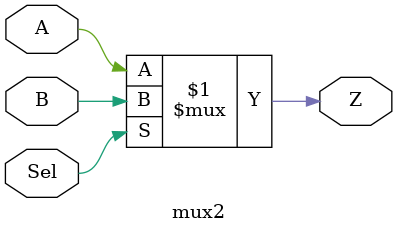
<source format=sv>
module top_module (
    input clk,
    input enable,
    input S,
    input A,
    input B,
    input C,
    output reg Z
);

reg [7:0] Q;
wire [2:0] ABC;

mux3 mux (
    .A(A),
    .B(B),
    .C(C),
    .Sel(ABC)
);

shift_reg_8bit shift_reg (
    .clk(clk),
    .enable(enable),
    .S(S),
    .Q(Q)
);

assign ABC = {A,B,C};

always @(posedge clk) begin
    if (ABC == 3'b000)
        Z <= Q[0];
    else if (ABC == 3'b001)
        Z <= Q[1];
    else if (ABC == 3'b010)
        Z <= Q[2];
    else if (ABC == 3'b011)
        Z <= Q[3];
    else if (ABC == 3'b100)
        Z <= Q[4];
    else if (ABC == 3'b101)
        Z <= Q[5];
    else if (ABC == 3'b110)
        Z <= Q[6];
    else if (ABC == 3'b111)
        Z <= Q[7];
end

endmodule
module shift_reg_8bit (
    input clk,
    input enable,
    input S,
    output [7:0] Q
);
reg [7:0] D;
reg [7:0] Q;

always @(posedge clk) begin
    if (enable)
        Q <= {S, Q[7:1]};
    else
        Q <= Q;
end

endmodule
module mux3 (
    input A,
    input B,
    input C,
    input [2:0] Sel,
    output wire Z
);
wire temp1;
wire temp2;

mux2 mux21 (
    .A(A),
    .B(B),
    .Sel(Sel[0]),
    .Z(temp1)
);

mux2 mux22 (
    .A(temp1),
    .B(B),
    .Sel(Sel[1]),
    .Z(temp2)
);

mux2 mux23 (
    .A(temp2),
    .B(C),
    .Sel(Sel[2]),
    .Z(Z)
);


endmodule
module mux2 (
    input A,
    input B,
    input Sel,
    output wire Z
);
assign Z = (Sel) ? B : A;

endmodule

</source>
